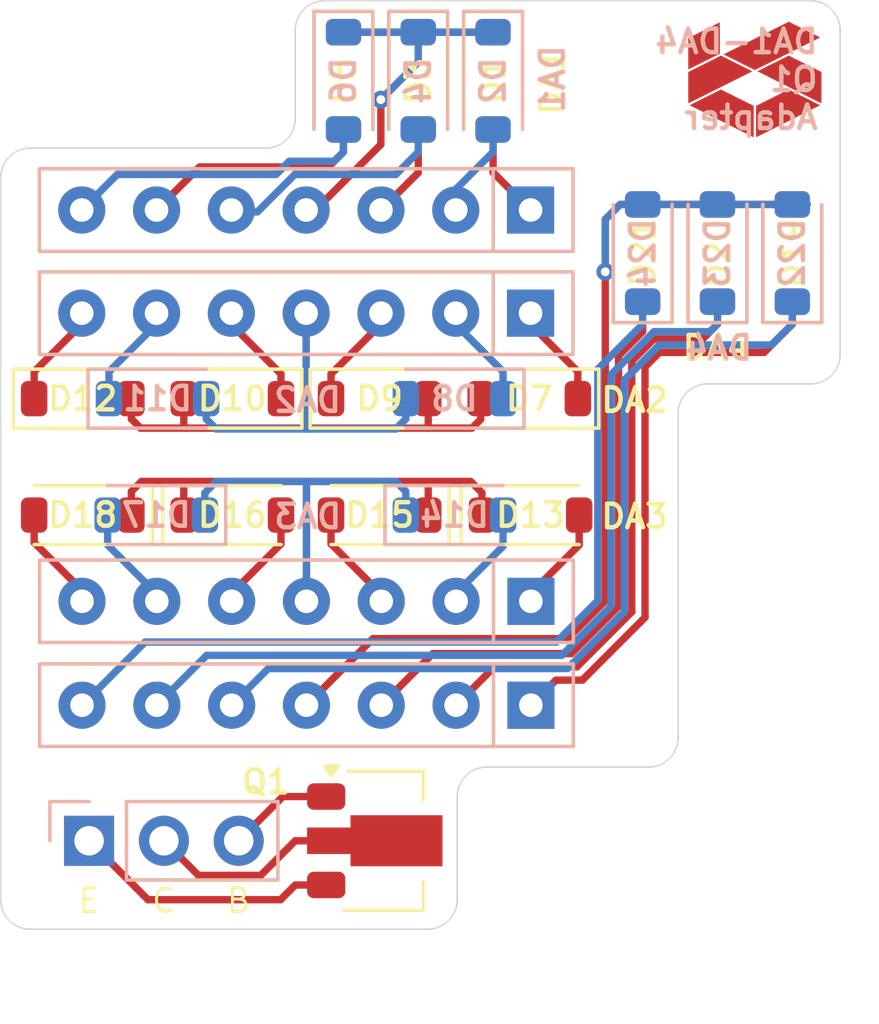
<source format=kicad_pcb>
(kicad_pcb (version 20240108) (generator "pcbnew") (generator_version "8.0")
  (title_block (title "DA1-DA4 Q1 Adapter") (date "2024-11-07") (rev "1"))
  (layers (0 "F.Cu" signal) (31 "B.Cu" signal) (34 "B.Paste" user) (35 "F.Paste" user) (36 "B.SilkS" user "B.Silkscreen") (37 "F.SilkS" user "F.Silkscreen") (38 "B.Mask" user) (39 "F.Mask" user) (44 "Edge.Cuts" user))
  (net 0 "")
  (net 1 "Net-(D1-A)")
  (net 2 "Net-(D1-K)")
  (net 3 "Net-(D2-A)")
  (net 4 "Net-(D3-A)")
  (net 5 "Net-(D4-A)")
  (net 6 "Net-(D5-A)")
  (net 7 "Net-(D6-A)")
  (net 8 "Net-(D10-A)")
  (net 9 "Net-(D7-K)")
  (net 10 "Net-(D8-K)")
  (net 11 "Net-(D9-K)")
  (net 12 "Net-(D10-K)")
  (net 13 "Net-(D11-K)")
  (net 14 "Net-(D12-K)")
  (net 15 "Net-(D13-A)")
  (net 16 "Net-(D13-K)")
  (net 17 "Net-(D14-A)")
  (net 18 "Net-(D15-A)")
  (net 19 "Net-(D17-A)")
  (net 20 "Net-(D19-A)")
  (net 21 "Net-(D20-K)")
  (net 22 "Net-(D22-K)")
  (net 23 "Net-(D24-K)")
  (net 24 "Net-(J5-Pin_3)")
  (net 25 "Net-(J5-Pin_2)")
  (net 26 "Net-(J5-Pin_1)")
  (net 27 "Net-(D16-A)")
  (net 28 "Net-(D18-A)")
  (net 29 "Net-(D19-K)")
  (net 30 "Net-(D21-K)")
  (net 31 "Net-(D23-K)")
  (footprint "Custom:KS_Logo" (layer "F.Cu") (at 147 102.875)
    (property "Reference" "G***" (hide yes))
    (property "Value" "LOGO" (hide yes))
    (fp_poly (pts (xy -1.10744 -1.535344) (xy -1.10744 -1.001915) (xy -1.639158 -0.736082) (xy -1.718349 -0.696509) (xy -1.794048 -0.658717) (xy -1.865383 -0.623141) (xy -1.931482 -0.590212) (xy -1.99147 -0.560367) (xy -2.044477 -0.534036) (xy -2.089628 -0.511655) (xy -2.12605 -0.493656) (xy -2.152873 -0.480474) (xy -2.169222 -0.472542) (xy -2.174251 -0.470248) (xy -2.174782 -0.476852) (xy -2.175286 -0.495977) (xy -2.175759 -0.526603) (xy -2.176193 -0.567704) (xy -2.176582 -0.618259) (xy -2.176919 -0.677242) (xy -2.177198 -0.743632) (xy -2.177414 -0.816403) (xy -2.177557 -0.894532) (xy -2.177623 -0.976997) (xy -2.177626 -1.001947) (xy -2.177626 -1.533645) (xy -1.642534 -1.801208) (xy -1.10744 -2.068772)) (fill solid) (layer "F.Cu"))
    (fp_poly (pts (xy 1.766133 0.478857) (xy 2.299606 0.745524) (xy 1.214149 1.288729) (xy 1.100395 1.345648) (xy 0.989906 1.40092) (xy 0.88329 1.454241) (xy 0.781154 1.505307) (xy 0.684106 1.553815) (xy 0.592755 1.59946) (xy 0.50771 1.64194) (xy 0.429577 1.680951) (xy 0.358966 1.716188) (xy 0.296486 1.74735) (xy 0.242742 1.774131) (xy 0.198345 1.796228) (xy 0.163902 1.813338) (xy 0.140022 1.825156) (xy 0.127314 1.83138) (xy 0.125306 1.832309) (xy 0.124794 1.825766) (xy 0.124346 1.806697) (xy 0.123965 1.776124) (xy 0.123654 1.735066) (xy 0.123417 1.684547) (xy 0.123256 1.625584) (xy 0.123177 1.559202) (xy 0.123181 1.48642) (xy 0.123272 1.408259) (xy 0.123454 1.325739) (xy 0.12353 1.299332) (xy 0.12514 0.765982) (xy 0.6789 0.489086) (xy 1.232661 0.212189)) (fill solid) (layer "F.Cu"))
    (fp_poly (pts (xy 1.769524 -1.82238) (xy 2.302906 -1.555671) (xy 1.197181 -1.0028) (xy 1.082277 -0.945372) (xy 0.970582 -0.889596) (xy 0.862704 -0.835775) (xy 0.759246 -0.784208) (xy 0.660818 -0.735194) (xy 0.568022 -0.689036) (xy 0.481466 -0.646033) (xy 0.401758 -0.606487) (xy 0.329502 -0.570698) (xy 0.265304 -0.538966) (xy 0.209772 -0.511592) (xy 0.16351 -0.488876) (xy 0.127126 -0.47112) (xy 0.101226 -0.458624) (xy 0.086414 -0.451688) (xy 0.082982 -0.450301) (xy 0.075787 -0.453326) (xy 0.057374 -0.461997) (xy 0.028628 -0.475876) (xy -0.009564 -0.494526) (xy -0.056317 -0.517509) (xy -0.110744 -0.544389) (xy -0.171961 -0.574728) (xy -0.23908 -0.608088) (xy -0.311217 -0.644032) (xy -0.387485 -0.682122) (xy -0.4538 -0.71531) (xy -0.982107 -0.979947) (xy 0.127016 -1.534517) (xy 1.236141 -2.089088)) (fill solid) (layer "F.Cu"))
    (fp_poly (pts (xy -0.51034 0.4887) (xy 0.044026 0.765817) (xy 0.044026 1.29925) (xy 0.044006 1.38293) (xy 0.043945 1.462572) (xy 0.043848 1.537158) (xy 0.043718 1.605664) (xy 0.043557 1.66707) (xy 0.04337 1.720354) (xy 0.043158 1.764495) (xy 0.042927 1.798472) (xy 0.042679 1.821262) (xy 0.042418 1.831845) (xy 0.042334 1.832488) (xy 0.036198 1.829485) (xy 0.018557 1.820722) (xy -0.009982 1.806502) (xy -0.048814 1.787128) (xy -0.097328 1.762905) (xy -0.154918 1.734136) (xy -0.220978 1.701124) (xy -0.294898 1.664173) (xy -0.376072 1.623588) (xy -0.463892 1.579671) (xy -0.557751 1.532726) (xy -0.657042 1.483057) (xy -0.761157 1.430968) (xy -0.869487 1.376762) (xy -0.981427 1.320743) (xy -1.043094 1.28988) (xy -1.156733 1.233) (xy -1.26709 1.177755) (xy -1.373557 1.124451) (xy -1.475527 1.073392) (xy -1.572392 1.024882) (xy -1.663545 0.979225) (xy -1.748378 0.936728) (xy -1.826284 0.897692) (xy -1.896654 0.862423) (xy -1.958883 0.831226) (xy -2.012362 0.804404) (xy -2.056482 0.782263) (xy -2.090639 0.765106) (xy -2.114222 0.753238) (xy -2.126626 0.746964) (xy -2.128462 0.746009) (xy -2.122793 0.742835) (xy -2.105866 0.734044) (xy -2.078543 0.720072) (xy -2.041686 0.701352) (xy -1.996155 0.67832) (xy -1.942814 0.65141) (xy -1.882524 0.621057) (xy -1.816146 0.587697) (xy -1.744543 0.551764) (xy -1.668576 0.513692) (xy -1.597402 0.478067) (xy -1.064706 0.211583)) (fill solid) (layer "F.Cu"))
    (fp_poly (pts (xy 1.790008 -0.660671) (xy 2.346958 -0.382179) (xy 2.346958 0.149518) (xy 2.346895 0.233053) (xy 2.346713 0.312546) (xy 2.34642 0.386975) (xy 2.346028 0.455316) (xy 2.345545 0.516548) (xy 2.344981 0.569648) (xy 2.344347 0.613592) (xy 2.343652 0.64736) (xy 2.342906 0.669928) (xy 2.342118 0.680274) (xy 2.341878 0.680842) (xy 2.335384 0.67782) (xy 2.317388 0.669035) (xy 2.2885 0.654791) (xy 2.249332 0.635393) (xy 2.200492 0.611146) (xy 2.142593 0.582353) (xy 2.076243 0.549319) (xy 2.002054 0.512347) (xy 1.920635 0.471743) (xy 1.832598 0.427809) (xy 1.738553 0.380852) (xy 1.63911 0.331174) (xy 1.534878 0.27908) (xy 1.42647 0.224875) (xy 1.314494 0.168862) (xy 1.254758 0.138972) (xy 1.141223 0.082136) (xy 1.030988 0.026917) (xy 0.92466 -0.02638) (xy 0.822845 -0.077448) (xy 0.726151 -0.125984) (xy 0.635185 -0.171678) (xy 0.550553 -0.214229) (xy 0.472863 -0.253331) (xy 0.402722 -0.288676) (xy 0.340736 -0.31996) (xy 0.287514 -0.346878) (xy 0.24366 -0.369122) (xy 0.209784 -0.386388) (xy 0.18649 -0.398372) (xy 0.174388 -0.404764) (xy 0.172718 -0.405782) (xy 0.178636 -0.409225) (xy 0.195808 -0.418275) (xy 0.223369 -0.43249) (xy 0.260449 -0.451432) (xy 0.306182 -0.474663) (xy 0.359699 -0.501742) (xy 0.420134 -0.532231) (xy 0.486617 -0.565689) (xy 0.558281 -0.60168) (xy 0.634259 -0.639762) (xy 0.702888 -0.674101) (xy 1.233058 -0.939162)) (fill solid) (layer "F.Cu"))
    (fp_poly (pts (xy -0.536739 -0.672735) (xy -0.457689 -0.633204) (xy -0.38215 -0.595408) (xy -0.310998 -0.559784) (xy -0.245105 -0.52677) (xy -0.185342 -0.496804) (xy -0.132583 -0.470324) (xy -0.087701 -0.447768) (xy -0.051568 -0.429574) (xy -0.025058 -0.41618) (xy -0.009043 -0.408025) (xy -0.00433 -0.405536) (xy -0.01005 -0.40237) (xy -0.02715 -0.393523) (xy -0.054894 -0.379364) (xy -0.092544 -0.360264) (xy -0.13936 -0.336592) (xy -0.194604 -0.308719) (xy -0.257538 -0.277012) (xy -0.327423 -0.241843) (xy -0.403522 -0.203581) (xy -0.485094 -0.162596) (xy -0.571404 -0.11926) (xy -0.661711 -0.073939) (xy -0.755278 -0.027004) (xy -0.851366 0.021174) (xy -0.949237 0.070227) (xy -1.048152 0.119783) (xy -1.147374 0.169474) (xy -1.246162 0.218929) (xy -1.343782 0.26778) (xy -1.43949 0.315655) (xy -1.532553 0.362185) (xy -1.622229 0.407) (xy -1.707781 0.449732) (xy -1.78847 0.490008) (xy -1.863559 0.527461) (xy -1.932309 0.56172) (xy -1.99398 0.592416) (xy -2.047836 0.619177) (xy -2.093137 0.641636) (xy -2.129146 0.659421) (xy -2.155123 0.672164) (xy -2.17033 0.679493) (xy -2.174231 0.681216) (xy -2.174765 0.674614) (xy -2.175273 0.655488) (xy -2.175748 0.624862) (xy -2.176185 0.58376) (xy -2.176576 0.533206) (xy -2.176915 0.474223) (xy -2.177196 0.407834) (xy -2.177412 0.335063) (xy -2.177557 0.256932) (xy -2.177623 0.174468) (xy -2.177626 0.149518) (xy -2.177626 -0.382179) (xy -1.622166 -0.659925) (xy -1.066706 -0.937672)) (fill solid) (layer "F.Cu"))
  )
  (footprint "Diode_SMD:D_SOD-123" (layer "F.Cu") (at 124.263929 117.525 180)
    (property "Reference" "D18" (at 0 0 0) (layer "F.SilkS") (effects (font (size 0.8 0.8))))
    (property "Value" "D")
    (pad "1" smd roundrect (at -1.65 0 180) (size 0.9 1.2) (layers "F.Cu" "F.Paste" "F.Mask") (net 16 "Net-(D13-K)"))
    (pad "2" smd roundrect (at 1.65 0 180) (size 0.9 1.2) (layers "F.Cu" "F.Paste" "F.Mask") (net 28 "Net-(D18-A)"))
  )
  (footprint "Diode_SMD:D_SOD-123" (layer "F.Cu") (at 145.814929 108.635 90)
    (property "Reference" "D20" (at 0 0 90) (layer "F.SilkS") (effects (font (size 0.8 0.8))))
    (property "Value" "D")
    (pad "1" smd roundrect (at -1.65 0 90) (size 0.9 1.2) (layers "F.Cu" "F.Paste" "F.Mask") (net 21 "Net-(D20-K)"))
    (pad "2" smd roundrect (at 1.65 0 90) (size 0.9 1.2) (layers "F.Cu" "F.Paste" "F.Mask") (net 20 "Net-(D19-A)"))
  )
  (footprint "Diode_SMD:D_SOD-123" (layer "F.Cu") (at 148.354929 108.635 90)
    (property "Reference" "D19" (at 0 0 90) (layer "F.SilkS") (effects (font (size 0.8 0.8))))
    (property "Value" "D")
    (pad "1" smd roundrect (at -1.65 0 90) (size 0.9 1.2) (layers "F.Cu" "F.Paste" "F.Mask") (net 29 "Net-(D19-K)"))
    (pad "2" smd roundrect (at 1.65 0 90) (size 0.9 1.2) (layers "F.Cu" "F.Paste" "F.Mask") (net 20 "Net-(D19-A)"))
  )
  (footprint "Diode_SMD:D_SOD-123" (layer "F.Cu") (at 139.468929 117.525)
    (property "Reference" "D13" (at 0 0 0) (layer "F.SilkS") (effects (font (size 0.8 0.8))))
    (property "Value" "D")
    (pad "1" smd roundrect (at -1.65 0) (size 0.9 1.2) (layers "F.Cu" "F.Paste" "F.Mask") (net 16 "Net-(D13-K)"))
    (pad "2" smd roundrect (at 1.65 0) (size 0.9 1.2) (layers "F.Cu" "F.Paste" "F.Mask") (net 15 "Net-(D13-A)"))
  )
  (footprint "Diode_SMD:D_SOD-123" (layer "F.Cu") (at 129.343929 117.525)
    (property "Reference" "D16" (at 0 0 0) (layer "F.SilkS") (effects (font (size 0.8 0.8))))
    (property "Value" "D")
    (pad "1" smd roundrect (at -1.65 0) (size 0.9 1.2) (layers "F.Cu" "F.Paste" "F.Mask") (net 16 "Net-(D13-K)"))
    (pad "2" smd roundrect (at 1.65 0) (size 0.9 1.2) (layers "F.Cu" "F.Paste" "F.Mask") (net 27 "Net-(D16-A)"))
  )
  (footprint "Diode_SMD:D_SOD-123" (layer "F.Cu") (at 129.343929 113.575 180)
    (property "Reference" "D10" (at 0 0 0) (layer "F.SilkS") (effects (font (size 0.8 0.8))))
    (property "Value" "D" (hide yes))
    (pad "1" smd roundrect (at -1.65 0 180) (size 0.9 1.2) (layers "F.Cu" "F.Paste" "F.Mask") (net 12 "Net-(D10-K)"))
    (pad "2" smd roundrect (at 1.65 0 180) (size 0.9 1.2) (layers "F.Cu" "F.Paste" "F.Mask") (net 8 "Net-(D10-A)"))
  )
  (footprint "Diode_SMD:D_SOD-123" (layer "F.Cu") (at 139.423929 113.575 180)
    (property "Reference" "D7" (at 0 0 0) (layer "F.SilkS") (effects (font (size 0.8 0.8))))
    (property "Value" "D" (hide yes))
    (pad "1" smd roundrect (at -1.65 0 180) (size 0.9 1.2) (layers "F.Cu" "F.Paste" "F.Mask") (net 9 "Net-(D7-K)"))
    (pad "2" smd roundrect (at 1.65 0 180) (size 0.9 1.2) (layers "F.Cu" "F.Paste" "F.Mask") (net 8 "Net-(D10-A)"))
  )
  (footprint "Diode_SMD:D_SOD-123" (layer "F.Cu") (at 134.343929 113.575)
    (property "Reference" "D9" (at 0 0 0) (layer "F.SilkS") (effects (font (size 0.8 0.8))))
    (property "Value" "D" (hide yes))
    (pad "1" smd roundrect (at -1.65 0) (size 0.9 1.2) (layers "F.Cu" "F.Paste" "F.Mask") (net 11 "Net-(D9-K)"))
    (pad "2" smd roundrect (at 1.65 0) (size 0.9 1.2) (layers "F.Cu" "F.Paste" "F.Mask") (net 8 "Net-(D10-A)"))
  )
  (footprint "Diode_SMD:D_SOD-123" (layer "F.Cu") (at 124.263929 113.575)
    (property "Reference" "D12" (at 0 0 0) (layer "F.SilkS") (effects (font (size 0.8 0.8))))
    (property "Value" "D" (hide yes))
    (pad "1" smd roundrect (at -1.65 0) (size 0.9 1.2) (layers "F.Cu" "F.Paste" "F.Mask") (net 14 "Net-(D12-K)"))
    (pad "2" smd roundrect (at 1.65 0) (size 0.9 1.2) (layers "F.Cu" "F.Paste" "F.Mask") (net 8 "Net-(D10-A)"))
  )
  (footprint "Diode_SMD:D_SOD-123" (layer "F.Cu") (at 134.343929 117.525 180)
    (property "Reference" "D15" (at 0 0 0) (layer "F.SilkS") (effects (font (size 0.8 0.8))))
    (property "Value" "D")
    (pad "1" smd roundrect (at -1.65 0 180) (size 0.9 1.2) (layers "F.Cu" "F.Paste" "F.Mask") (net 16 "Net-(D13-K)"))
    (pad "2" smd roundrect (at 1.65 0 180) (size 0.9 1.2) (layers "F.Cu" "F.Paste" "F.Mask") (net 18 "Net-(D15-A)"))
  )
  (footprint "Diode_SMD:D_SOD-123" (layer "F.Cu") (at 138.194929 102.793 -90)
    (property "Reference" "D1" (at 0 0 90) (layer "F.SilkS") (effects (font (size 0.8 0.8))))
    (property "Value" "D" (hide yes))
    (pad "1" smd roundrect (at -1.65 0 270) (size 0.9 1.2) (layers "F.Cu" "F.Paste" "F.Mask") (net 2 "Net-(D1-K)"))
    (pad "2" smd roundrect (at 1.65 0 270) (size 0.9 1.2) (layers "F.Cu" "F.Paste" "F.Mask") (net 1 "Net-(D1-A)"))
  )
  (footprint "Diode_SMD:D_SOD-123" (layer "F.Cu") (at 143.274929 108.635 90)
    (property "Reference" "D21" (at 0.024765 0.011292 90) (layer "F.SilkS") (effects (font (size 0.8 0.8))))
    (property "Value" "D")
    (pad "1" smd roundrect (at -1.65 0 90) (size 0.9 1.2) (layers "F.Cu" "F.Paste" "F.Mask") (net 30 "Net-(D21-K)"))
    (pad "2" smd roundrect (at 1.65 0 90) (size 0.9 1.2) (layers "F.Cu" "F.Paste" "F.Mask") (net 20 "Net-(D19-A)"))
  )
  (footprint "Diode_SMD:D_SOD-123" (layer "F.Cu") (at 135.654929 102.793 -90)
    (property "Reference" "D3" (at 0 0 90) (layer "F.SilkS") (effects (font (size 0.8 0.8))))
    (property "Value" "D" (hide yes))
    (pad "1" smd roundrect (at -1.65 0 270) (size 0.9 1.2) (layers "F.Cu" "F.Paste" "F.Mask") (net 2 "Net-(D1-K)"))
    (pad "2" smd roundrect (at 1.65 0 270) (size 0.9 1.2) (layers "F.Cu" "F.Paste" "F.Mask") (net 4 "Net-(D3-A)"))
  )
  (footprint "Diode_SMD:D_SOD-123" (layer "F.Cu") (at 133.114929 102.793 -90)
    (property "Reference" "D5" (at 0 0 90) (layer "F.SilkS") (effects (font (size 0.8 0.8))))
    (property "Value" "D" (hide yes))
    (pad "1" smd roundrect (at -1.65 0 270) (size 0.9 1.2) (layers "F.Cu" "F.Paste" "F.Mask") (net 2 "Net-(D1-K)"))
    (pad "2" smd roundrect (at 1.65 0 270) (size 0.9 1.2) (layers "F.Cu" "F.Paste" "F.Mask") (net 6 "Net-(D5-A)"))
  )
  (footprint "Package_TO_SOT_SMD:SOT-89-3" (layer "F.Cu") (at 134.478929 128.575)
    (property "Reference" "Q1" (at -4 -2 0) (layer "F.SilkS") (effects (font (size 0.8 0.8))))
    (property "Value" "Q_PNP_BCE")
    (pad "1" smd roundrect (at -1.95 -1.5) (size 1.3 0.9) (layers "F.Cu" "F.Paste" "F.Mask") (net 24 "Net-(J5-Pin_3)"))
    (pad "2" smd custom (at -1.8625 0) (size 1.475 0.9) (layers "F.Cu" "F.Paste" "F.Mask") (net 25 "Net-(J5-Pin_2)") (options (clearance outline) (anchor rect)) (primitives (gr_poly (pts (xy 3.8625 0.8665) (xy 0.7375 0.8665) (xy 0.7375 -0.8665) (xy 3.8625 -0.8665)) (width 0) (fill yes))))
    (pad "3" smd roundrect (at -1.95 1.5) (size 1.3 0.9) (layers "F.Cu" "F.Paste" "F.Mask") (net 26 "Net-(J5-Pin_1)"))
  )
  (footprint "Diode_SMD:D_SOD-123" (layer "B.Cu") (at 136.883929 117.525)
    (property "Reference" "D14" (at 0 0 0) (layer "B.SilkS") (effects (font (size 0.8 0.8)) (justify mirror)))
    (property "Value" "D")
    (pad "1" smd roundrect (at -1.65 0) (size 0.9 1.2) (layers "B.Cu" "B.Paste" "B.Mask") (net 16 "Net-(D13-K)"))
    (pad "2" smd roundrect (at 1.65 0) (size 0.9 1.2) (layers "B.Cu" "B.Paste" "B.Mask") (net 17 "Net-(D14-A)"))
  )
  (footprint "Resistor_THT:R_Array_SIP7" (layer "B.Cu") (at 139.478929 123.975 180)
    (property "Reference" "J4" (hide yes))
    (property "Value" "Conn_01x07_Pin")
    (pad "1" thru_hole rect (at 0 0 180) (size 1.6 1.6) (drill 0.8) (layers "*.Cu" "*.Mask") (net 29 "Net-(D19-K)"))
    (pad "2" thru_hole oval (at 2.54 0 180) (size 1.6 1.6) (drill 0.8) (layers "*.Cu" "*.Mask") (net 21 "Net-(D20-K)"))
    (pad "3" thru_hole oval (at 5.08 0 180) (size 1.6 1.6) (drill 0.8) (layers "*.Cu" "*.Mask") (net 30 "Net-(D21-K)"))
    (pad "4" thru_hole oval (at 7.62 0 180) (size 1.6 1.6) (drill 0.8) (layers "*.Cu" "*.Mask") (net 20 "Net-(D19-A)"))
    (pad "5" thru_hole oval (at 10.16 0 180) (size 1.6 1.6) (drill 0.8) (layers "*.Cu" "*.Mask") (net 22 "Net-(D22-K)"))
    (pad "6" thru_hole oval (at 12.7 0 180) (size 1.6 1.6) (drill 0.8) (layers "*.Cu" "*.Mask") (net 31 "Net-(D23-K)"))
    (pad "7" thru_hole oval (at 15.24 0 180) (size 1.6 1.6) (drill 0.8) (layers "*.Cu" "*.Mask") (net 23 "Net-(D24-K)"))
  )
  (footprint "Diode_SMD:D_SOD-123" (layer "B.Cu") (at 126.758929 117.525 180)
    (property "Reference" "D17" (at 0 0 0) (layer "B.SilkS") (effects (font (size 0.8 0.8)) (justify mirror)))
    (property "Value" "D")
    (pad "1" smd roundrect (at -1.65 0 180) (size 0.9 1.2) (layers "B.Cu" "B.Paste" "B.Mask") (net 16 "Net-(D13-K)"))
    (pad "2" smd roundrect (at 1.65 0 180) (size 0.9 1.2) (layers "B.Cu" "B.Paste" "B.Mask") (net 19 "Net-(D17-A)"))
  )
  (footprint "Diode_SMD:D_SOD-123" (layer "B.Cu") (at 148.354929 108.635 90)
    (property "Reference" "D22" (at 0 0 90) (layer "B.SilkS") (effects (font (size 0.8 0.8)) (justify mirror)))
    (property "Value" "D")
    (pad "1" smd roundrect (at -1.65 0 90) (size 0.9 1.2) (layers "B.Cu" "B.Paste" "B.Mask") (net 22 "Net-(D22-K)"))
    (pad "2" smd roundrect (at 1.65 0 90) (size 0.9 1.2) (layers "B.Cu" "B.Paste" "B.Mask") (net 20 "Net-(D19-A)"))
  )
  (footprint "Resistor_THT:R_Array_SIP7" (layer "B.Cu") (at 139.468929 110.675 180)
    (property "Reference" "J2" (hide yes))
    (property "Value" "Conn_01x07_Pin")
    (pad "1" thru_hole rect (at 0 0 180) (size 1.6 1.6) (drill 0.8) (layers "*.Cu" "*.Mask") (net 9 "Net-(D7-K)"))
    (pad "2" thru_hole oval (at 2.54 0 180) (size 1.6 1.6) (drill 0.8) (layers "*.Cu" "*.Mask") (net 10 "Net-(D8-K)"))
    (pad "3" thru_hole oval (at 5.08 0 180) (size 1.6 1.6) (drill 0.8) (layers "*.Cu" "*.Mask") (net 11 "Net-(D9-K)"))
    (pad "4" thru_hole oval (at 7.62 0 180) (size 1.6 1.6) (drill 0.8) (layers "*.Cu" "*.Mask") (net 8 "Net-(D10-A)"))
    (pad "5" thru_hole oval (at 10.16 0 180) (size 1.6 1.6) (drill 0.8) (layers "*.Cu" "*.Mask") (net 12 "Net-(D10-K)"))
    (pad "6" thru_hole oval (at 12.7 0 180) (size 1.6 1.6) (drill 0.8) (layers "*.Cu" "*.Mask") (net 13 "Net-(D11-K)"))
    (pad "7" thru_hole oval (at 15.24 0 180) (size 1.6 1.6) (drill 0.8) (layers "*.Cu" "*.Mask") (net 14 "Net-(D12-K)"))
  )
  (footprint "Resistor_THT:R_Array_SIP7" (layer "B.Cu") (at 139.478929 120.45 180)
    (property "Reference" "J3" (hide yes))
    (property "Value" "Conn_01x07_Pin")
    (pad "1" thru_hole rect (at 0 0 180) (size 1.6 1.6) (drill 0.8) (layers "*.Cu" "*.Mask") (net 15 "Net-(D13-A)"))
    (pad "2" thru_hole oval (at 2.54 0 180) (size 1.6 1.6) (drill 0.8) (layers "*.Cu" "*.Mask") (net 17 "Net-(D14-A)"))
    (pad "3" thru_hole oval (at 5.08 0 180) (size 1.6 1.6) (drill 0.8) (layers "*.Cu" "*.Mask") (net 18 "Net-(D15-A)"))
    (pad "4" thru_hole oval (at 7.62 0 180) (size 1.6 1.6) (drill 0.8) (layers "*.Cu" "*.Mask") (net 16 "Net-(D13-K)"))
    (pad "5" thru_hole oval (at 10.16 0 180) (size 1.6 1.6) (drill 0.8) (layers "*.Cu" "*.Mask") (net 27 "Net-(D16-A)"))
    (pad "6" thru_hole oval (at 12.7 0 180) (size 1.6 1.6) (drill 0.8) (layers "*.Cu" "*.Mask") (net 19 "Net-(D17-A)"))
    (pad "7" thru_hole oval (at 15.24 0 180) (size 1.6 1.6) (drill 0.8) (layers "*.Cu" "*.Mask") (net 28 "Net-(D18-A)"))
  )
  (footprint "Diode_SMD:D_SOD-123" (layer "B.Cu") (at 135.654929 102.793 -90)
    (property "Reference" "D4" (at 0 0 90) (layer "B.SilkS") (effects (font (size 0.8 0.8)) (justify mirror)))
    (property "Value" "D" (hide yes))
    (pad "1" smd roundrect (at -1.65 0 270) (size 0.9 1.2) (layers "B.Cu" "B.Paste" "B.Mask") (net 2 "Net-(D1-K)"))
    (pad "2" smd roundrect (at 1.65 0 270) (size 0.9 1.2) (layers "B.Cu" "B.Paste" "B.Mask") (net 5 "Net-(D4-A)"))
  )
  (footprint "Diode_SMD:D_SOD-123" (layer "B.Cu") (at 126.803929 113.575)
    (property "Reference" "D11" (at 0 0 0) (layer "B.SilkS") (effects (font (size 0.8 0.8)) (justify mirror)))
    (property "Value" "D" (hide yes))
    (pad "1" smd roundrect (at -1.65 0) (size 0.9 1.2) (layers "B.Cu" "B.Paste" "B.Mask") (net 13 "Net-(D11-K)"))
    (pad "2" smd roundrect (at 1.65 0) (size 0.9 1.2) (layers "B.Cu" "B.Paste" "B.Mask") (net 8 "Net-(D10-A)"))
  )
  (footprint "Diode_SMD:D_SOD-123" (layer "B.Cu") (at 136.883929 113.575 180)
    (property "Reference" "D8" (at 0 0 0) (layer "B.SilkS") (effects (font (size 0.8 0.8)) (justify mirror)))
    (property "Value" "D" (hide yes))
    (pad "1" smd roundrect (at -1.65 0 180) (size 0.9 1.2) (layers "B.Cu" "B.Paste" "B.Mask") (net 10 "Net-(D8-K)"))
    (pad "2" smd roundrect (at 1.65 0 180) (size 0.9 1.2) (layers "B.Cu" "B.Paste" "B.Mask") (net 8 "Net-(D10-A)"))
  )
  (footprint "Diode_SMD:D_SOD-123" (layer "B.Cu") (at 133.114929 102.793 -90)
    (property "Reference" "D6" (at 0 0 90) (layer "B.SilkS") (effects (font (size 0.8 0.8)) (justify mirror)))
    (property "Value" "D" (hide yes))
    (pad "1" smd roundrect (at -1.65 0 270) (size 0.9 1.2) (layers "B.Cu" "B.Paste" "B.Mask") (net 2 "Net-(D1-K)"))
    (pad "2" smd roundrect (at 1.65 0 270) (size 0.9 1.2) (layers "B.Cu" "B.Paste" "B.Mask") (net 7 "Net-(D6-A)"))
  )
  (footprint "Resistor_THT:R_Array_SIP7" (layer "B.Cu") (at 139.468929 107.175 180)
    (property "Reference" "J1" (hide yes))
    (property "Value" "Conn_01x07_Pin")
    (pad "1" thru_hole rect (at 0 0 180) (size 1.6 1.6) (drill 0.8) (layers "*.Cu" "*.Mask") (net 1 "Net-(D1-A)"))
    (pad "2" thru_hole oval (at 2.54 0 180) (size 1.6 1.6) (drill 0.8) (layers "*.Cu" "*.Mask") (net 3 "Net-(D2-A)"))
    (pad "3" thru_hole oval (at 5.08 0 180) (size 1.6 1.6) (drill 0.8) (layers "*.Cu" "*.Mask") (net 4 "Net-(D3-A)"))
    (pad "4" thru_hole oval (at 7.62 0 180) (size 1.6 1.6) (drill 0.8) (layers "*.Cu" "*.Mask") (net 2 "Net-(D1-K)"))
    (pad "5" thru_hole oval (at 10.16 0 180) (size 1.6 1.6) (drill 0.8) (layers "*.Cu" "*.Mask") (net 5 "Net-(D4-A)"))
    (pad "6" thru_hole oval (at 12.7 0 180) (size 1.6 1.6) (drill 0.8) (layers "*.Cu" "*.Mask") (net 6 "Net-(D5-A)"))
    (pad "7" thru_hole oval (at 15.24 0 180) (size 1.6 1.6) (drill 0.8) (layers "*.Cu" "*.Mask") (net 7 "Net-(D6-A)"))
  )
  (footprint "Diode_SMD:D_SOD-123" (layer "B.Cu") (at 143.274929 108.635 90)
    (property "Reference" "D24" (at 0 0 90) (layer "B.SilkS") (effects (font (size 0.8 0.8)) (justify mirror)))
    (property "Value" "D")
    (pad "1" smd roundrect (at -1.65 0 90) (size 0.9 1.2) (layers "B.Cu" "B.Paste" "B.Mask") (net 23 "Net-(D24-K)"))
    (pad "2" smd roundrect (at 1.65 0 90) (size 0.9 1.2) (layers "B.Cu" "B.Paste" "B.Mask") (net 20 "Net-(D19-A)"))
  )
  (footprint "Diode_SMD:D_SOD-123" (layer "B.Cu") (at 138.194929 102.793 -90)
    (property "Reference" "D2" (at 0 0 90) (layer "B.SilkS") (effects (font (size 0.8 0.8)) (justify mirror)))
    (property "Value" "D" (hide yes))
    (pad "1" smd roundrect (at -1.65 0 270) (size 0.9 1.2) (layers "B.Cu" "B.Paste" "B.Mask") (net 2 "Net-(D1-K)"))
    (pad "2" smd roundrect (at 1.65 0 270) (size 0.9 1.2) (layers "B.Cu" "B.Paste" "B.Mask") (net 3 "Net-(D2-A)"))
  )
  (footprint "Diode_SMD:D_SOD-123" (layer "B.Cu") (at 145.814929 108.635 90)
    (property "Reference" "D23" (at 0 0 90) (layer "B.SilkS") (effects (font (size 0.8 0.8)) (justify mirror)))
    (property "Value" "D")
    (pad "1" smd roundrect (at -1.65 0 90) (size 0.9 1.2) (layers "B.Cu" "B.Paste" "B.Mask") (net 31 "Net-(D23-K)"))
    (pad "2" smd roundrect (at 1.65 0 90) (size 0.9 1.2) (layers "B.Cu" "B.Paste" "B.Mask") (net 20 "Net-(D19-A)"))
  )
  (footprint "Connector_PinHeader_2.54mm:PinHeader_1x03_P2.54mm_Vertical" (layer "B.Cu") (at 124.478929 128.575 -90)
    (property "Reference" "J5" (hide yes))
    (property "Value" "Conn_01x03_Pin")
    (pad "1" thru_hole rect (at 0 0 270) (size 1.7 1.7) (drill 1) (layers "*.Cu" "*.Mask") (net 26 "Net-(J5-Pin_1)"))
    (pad "2" thru_hole oval (at 0 -2.54 270) (size 1.7 1.7) (drill 1) (layers "*.Cu" "*.Mask") (net 25 "Net-(J5-Pin_2)"))
    (pad "3" thru_hole oval (at 0 -5.08 270) (size 1.7 1.7) (drill 1) (layers "*.Cu" "*.Mask") (net 24 "Net-(J5-Pin_3)"))
  )
  (gr_line (start 121.478929 106.075) (end 121.478929 130.575) (stroke (width 0.05)) (layer "Edge.Cuts"))
  (gr_arc (start 144.478929 125.075) (mid 144.186036 125.782107) (end 143.478929 126.075) (stroke (width 0.05)) (layer "Edge.Cuts"))
  (gr_arc (start 131.478954 104.075) (mid 131.183536 104.784633) (end 130.471822 105.075) (stroke (width 0.05)) (layer "Edge.Cuts"))
  (gr_line (start 122.478929 131.575) (end 135.978929 131.575) (stroke (width 0.05)) (layer "Edge.Cuts"))
  (gr_arc (start 136.978929 127.075) (mid 137.271822 126.367893) (end 137.978929 126.075) (stroke (width 0.05)) (layer "Edge.Cuts"))
  (gr_line (start 144.478929 125.075) (end 144.478929 114.075) (stroke (width 0.05)) (layer "Edge.Cuts"))
  (gr_arc (start 136.978929 130.575) (mid 136.686036 131.282107) (end 135.978929 131.575) (stroke (width 0.05)) (layer "Edge.Cuts"))
  (gr_line (start 131.478954 104.075) (end 131.478929 101.075) (stroke (width 0.05)) (layer "Edge.Cuts"))
  (gr_arc (start 148.978929 100.075) (mid 149.686036 100.367893) (end 149.978929 101.075) (stroke (width 0.05)) (layer "Edge.Cuts"))
  (gr_line (start 136.978929 130.575) (end 136.978929 127.075) (stroke (width 0.05)) (layer "Edge.Cuts"))
  (gr_line (start 149.978929 112.075) (end 149.978929 101.075) (stroke (width 0.05)) (layer "Edge.Cuts"))
  (gr_line (start 130.471822 105.075) (end 122.478929 105.075) (stroke (width 0.05)) (layer "Edge.Cuts"))
  (gr_line (start 145.478929 113.075) (end 148.978929 113.075) (stroke (width 0.05)) (layer "Edge.Cuts"))
  (gr_arc (start 121.478929 106.075) (mid 121.771822 105.367893) (end 122.478929 105.075) (stroke (width 0.05)) (layer "Edge.Cuts"))
  (gr_arc (start 122.478929 131.575) (mid 121.771822 131.282107) (end 121.478929 130.575) (stroke (width 0.05)) (layer "Edge.Cuts"))
  (gr_line (start 137.978929 126.075) (end 143.478929 126.075) (stroke (width 0.05)) (layer "Edge.Cuts"))
  (gr_arc (start 149.978929 112.075) (mid 149.686036 112.782107) (end 148.978929 113.075) (stroke (width 0.05)) (layer "Edge.Cuts"))
  (gr_arc (start 131.478929 101.075) (mid 131.771822 100.367893) (end 132.478929 100.075) (stroke (width 0.05)) (layer "Edge.Cuts"))
  (gr_arc (start 144.478929 114.075) (mid 144.771822 113.367893) (end 145.478929 113.075) (stroke (width 0.05)) (layer "Edge.Cuts"))
  (gr_line (start 148.978929 100.075) (end 132.486036 100.075) (stroke (width 0.05)) (layer "Edge.Cuts"))
  (gr_text "DA4" (at 147.083739 112.319 -0) (layer "B.SilkS") (effects (font (size 0.8 0.8)) (justify left bottom mirror)))
  (gr_text "DA2" (at 133.117739 114.09375 -0) (layer "B.SilkS") (effects (font (size 0.8 0.8) (thickness 0.15) (bold yes)) (justify left bottom mirror)))
  (gr_text "DA1-DA4\nQ1\nAdapter" (at 149.3 104.5 0) (layer "B.SilkS") (effects (font (size 0.8 0.8) (thickness 0.15) (bold yes)) (justify left bottom mirror)))
  (gr_text "DA1\n" (at 140.678929 101.501691 90) (layer "B.SilkS") (effects (font (size 0.8 0.8) (thickness 0.15) (bold yes)) (justify left bottom mirror)))
  (gr_text "DA3" (at 133.127739 118.04375 -0) (layer "B.SilkS") (effects (font (size 0.8 0.8) (thickness 0.15) (bold yes)) (justify left bottom mirror)))
  (gr_text "DA2" (at 141.778929 114.09375 0) (layer "F.SilkS") (effects (font (size 0.8 0.8) (thickness 0.15) (bold yes)) (justify left bottom)))
  (gr_text "DA1\n" (at 140.678929 104.03931 90) (layer "F.SilkS") (effects (font (size 0.8 0.8) (thickness 0.15) (bold yes)) (justify left bottom)))
  (gr_text "DA3" (at 141.778929 118.04375 0) (layer "F.SilkS") (effects (font (size 0.8 0.8) (thickness 0.15) (bold yes)) (justify left bottom)))
  (gr_text "B" (at 129.088929 131.075 0) (layer "F.SilkS") (effects (font (size 0.8 0.8) (thickness 0.1)) (justify left bottom)))
  (gr_text "C" (at 126.548929 131.075 0) (layer "F.SilkS") (effects (font (size 0.8 0.8) (thickness 0.1)) (justify left bottom)))
  (gr_text "DA4" (at 144.54612 112.319 0) (layer "F.SilkS") (effects (font (size 0.8 0.8)) (justify left bottom)))
  (gr_text "E" (at 124.047024 131.075 0) (layer "F.SilkS") (effects (font (size 0.8 0.8) (thickness 0.1)) (justify left bottom)))
  (segment (start 138.194929 104.443) (end 138.194929 105.901) (width 0.25) (layer "F.Cu") (net 1))
  (segment (start 139.146929 107.175) (end 139.468929 107.175) (width 0.25) (layer "F.Cu") (net 1))
  (segment (start 138.194929 105.901) (end 139.468929 107.175) (width 0.25) (layer "F.Cu") (net 1))
  (segment (start 135.654929 102.159) (end 135.654929 101.143) (width 0.25) (layer "F.Cu") (net 2))
  (segment (start 134.384929 104.953) (end 134.384929 103.429) (width 0.25) (layer "F.Cu") (net 2))
  (segment (start 132.162929 107.175) (end 134.384929 104.953) (width 0.25) (layer "F.Cu") (net 2))
  (segment (start 133.114929 101.143) (end 135.654929 101.143) (width 0.25) (layer "F.Cu") (net 2))
  (segment (start 134.384929 103.429) (end 135.654929 102.159) (width 0.25) (layer "F.Cu") (net 2))
  (segment (start 131.848929 107.175) (end 132.162929 107.175) (width 0.25) (layer "F.Cu") (net 2))
  (segment (start 138.194929 101.143) (end 135.654929 101.143) (width 0.25) (layer "F.Cu") (net 2))
  (via (at 134.384929 103.429) (size 0.6) (drill 0.3) (layers "F.Cu" "B.Cu") (net 2))
  (segment (start 135.654929 101.143) (end 138.194929 101.143) (width 0.25) (layer "B.Cu") (net 2))
  (segment (start 133.114929 101.143) (end 135.654929 101.143) (width 0.25) (layer "B.Cu") (net 2))
  (segment (start 135.654929 101.143) (end 135.654929 102.159) (width 0.25) (layer "B.Cu") (net 2))
  (segment (start 135.654929 102.159) (end 134.384929 103.429) (width 0.25) (layer "B.Cu") (net 2))
  (segment (start 138.194929 105.207) (end 136.928929 106.473) (width 0.25) (layer "B.Cu") (net 3))
  (segment (start 136.928929 106.473) (end 136.928929 107.175) (width 0.25) (layer "B.Cu") (net 3))
  (segment (start 138.198929 104.447) (end 138.194929 104.443) (width 0.25) (layer "B.Cu") (net 3))
  (segment (start 138.194929 104.443) (end 138.194929 105.207) (width 0.25) (layer "B.Cu") (net 3))
  (segment (start 135.654929 105.909) (end 134.388929 107.175) (width 0.25) (layer "F.Cu") (net 4))
  (segment (start 134.384929 107.171) (end 134.388929 107.175) (width 0.25) (layer "F.Cu") (net 4))
  (segment (start 135.654929 104.443) (end 135.654929 105.909) (width 0.25) (layer "F.Cu") (net 4))
  (segment (start 129.304929 107.239) (end 130.193938 107.239) (width 0.25) (layer "B.Cu") (net 5))
  (segment (start 134.892929 105.969) (end 135.654929 105.207) (width 0.25) (layer "B.Cu") (net 5))
  (segment (start 131.463938 105.969) (end 134.892929 105.969) (width 0.25) (layer "B.Cu") (net 5))
  (segment (start 130.193938 107.239) (end 131.463938 105.969) (width 0.25) (layer "B.Cu") (net 5))
  (segment (start 135.654929 105.207) (end 135.654929 104.443) (width 0.25) (layer "B.Cu") (net 5))
  (segment (start 129.308929 107.175) (end 129.308929 107.235) (width 0.25) (layer "B.Cu") (net 5))
  (segment (start 129.308929 107.235) (end 129.304929 107.239) (width 0.25) (layer "B.Cu") (net 5))
  (segment (start 128.228929 105.715) (end 126.768929 107.175) (width 0.25) (layer "F.Cu") (net 6))
  (segment (start 133.114929 105.207) (end 132.606929 105.715) (width 0.25) (layer "F.Cu") (net 6))
  (segment (start 132.606929 105.715) (end 128.228929 105.715) (width 0.25) (layer "F.Cu") (net 6))
  (segment (start 133.114929 104.443) (end 133.114929 105.207) (width 0.25) (layer "F.Cu") (net 6))
  (segment (start 133.114929 105.207) (end 133.114929 104.443) (width 0.25) (layer "B.Cu") (net 7))
  (segment (start 130.827542 105.969) (end 131.277542 105.519) (width 0.25) (layer "B.Cu") (net 7))
  (segment (start 125.434929 105.969) (end 130.827542 105.969) (width 0.25) (layer "B.Cu") (net 7))
  (segment (start 131.277542 105.519) (end 132.802929 105.519) (width 0.25) (layer "B.Cu") (net 7))
  (segment (start 124.228929 107.175) (end 125.434929 105.969) (width 0.25) (layer "B.Cu") (net 7))
  (segment (start 132.802929 105.519) (end 133.114929 105.207) (width 0.25) (layer "B.Cu") (net 7))
  (segment (start 135.993929 114.56) (end 135.978929 114.575) (width 0.25) (layer "F.Cu") (net 8))
  (segment (start 127.780929 114.575) (end 135.978929 114.575) (width 0.25) (layer "F.Cu") (net 8))
  (segment (start 137.773929 113.575) (end 137.773929 114.28) (width 0.25) (layer "F.Cu") (net 8))
  (segment (start 127.693929 114.488) (end 127.780929 114.575) (width 0.25) (layer "F.Cu") (net 8))
  (segment (start 125.913929 114.262) (end 126.226929 114.575) (width 0.25) (layer "F.Cu") (net 8))
  (segment (start 131.848929 110.675) (end 131.848929 114.575) (width 0.25) (layer "F.Cu") (net 8))
  (segment (start 135.993929 113.575) (end 135.993929 114.56) (width 0.25) (layer "F.Cu") (net 8))
  (segment (start 126.226929 114.575) (end 127.780929 114.575) (width 0.25) (layer "F.Cu") (net 8))
  (segment (start 127.693929 113.575) (end 127.693929 114.488) (width 0.25) (layer "F.Cu") (net 8))
  (segment (start 137.773929 114.28) (end 137.478929 114.575) (width 0.25) (layer "F.Cu") (net 8))
  (segment (start 137.478929 114.575) (end 135.978929 114.575) (width 0.25) (layer "F.Cu") (net 8))
  (segment (start 125.913929 113.575) (end 125.913929 114.262) (width 0.25) (layer "F.Cu") (net 8))
  (segment (start 135.233929 114.264) (end 134.892929 114.605) (width 0.25) (layer "B.Cu") (net 8))
  (segment (start 128.453929 113.575) (end 128.453929 114.262) (width 0.25) (layer "B.Cu") (net 8))
  (segment (start 128.796929 114.605) (end 131.844929 114.605) (width 0.25) (layer "B.Cu") (net 8))
  (segment (start 135.233929 113.575) (end 135.233929 114.264) (width 0.25) (layer "B.Cu") (net 8))
  (segment (start 131.848929 110.675) (end 131.848929 114.601) (width 0.25) (layer "B.Cu") (net 8))
  (segment (start 131.852929 114.605) (end 131.848929 114.601) (width 0.25) (layer "B.Cu") (net 8))
  (segment (start 131.848929 114.601) (end 131.844929 114.605) (width 0.25) (layer "B.Cu") (net 8))
  (segment (start 128.453929 114.262) (end 128.796929 114.605) (width 0.25) (layer "B.Cu") (net 8))
  (segment (start 134.892929 114.605) (end 131.852929 114.605) (width 0.25) (layer "B.Cu") (net 8))
  (segment (start 141.073929 112.658) (end 139.468929 111.053) (width 0.25) (layer "F.Cu") (net 9))
  (segment (start 139.468929 111.053) (end 139.468929 110.675) (width 0.25) (layer "F.Cu") (net 9))
  (segment (start 141.073929 113.575) (end 141.073929 112.658) (width 0.25) (layer "F.Cu") (net 9))
  (segment (start 138.533929 113.575) (end 138.533929 112.658) (width 0.25) (layer "B.Cu") (net 10))
  (segment (start 136.928929 111.053) (end 136.928929 110.675) (width 0.25) (layer "B.Cu") (net 10))
  (segment (start 138.533929 112.658) (end 136.928929 111.053) (width 0.25) (layer "B.Cu") (net 10))
  (segment (start 132.693929 113.575) (end 132.693929 112.74) (width 0.25) (layer "F.Cu") (net 11))
  (segment (start 134.388929 111.045) (end 134.388929 110.675) (width 0.25) (layer "F.Cu") (net 11))
  (segment (start 132.693929 112.74) (end 134.388929 111.045) (width 0.25) (layer "F.Cu") (net 11))
  (segment (start 130.993929 113.575) (end 130.993929 112.738) (width 0.25) (layer "F.Cu") (net 12))
  (segment (start 130.993929 112.738) (end 129.308929 111.053) (width 0.25) (layer "F.Cu") (net 12))
  (segment (start 129.308929 111.053) (end 129.308929 110.675) (width 0.25) (layer "F.Cu") (net 12))
  (segment (start 125.153929 112.66) (end 126.768929 111.045) (width 0.25) (layer "B.Cu") (net 13))
  (segment (start 126.768929 111.045) (end 126.768929 110.675) (width 0.25) (layer "B.Cu") (net 13))
  (segment (start 125.153929 113.575) (end 125.153929 112.66) (width 0.25) (layer "B.Cu") (net 13))
  (segment (start 124.228929 111.045) (end 124.228929 110.675) (width 0.25) (layer "F.Cu") (net 14))
  (segment (start 122.613929 112.66) (end 124.228929 111.045) (width 0.25) (layer "F.Cu") (net 14))
  (segment (start 122.613929 113.575) (end 122.613929 112.66) (width 0.25) (layer "F.Cu") (net 14))
  (segment (start 139.478929 120.179) (end 139.478929 120.45) (width 0.25) (layer "F.Cu") (net 15))
  (segment (start 141.118929 117.525) (end 141.118929 118.539) (width 0.25) (layer "F.Cu") (net 15))
  (segment (start 141.118929 118.539) (end 139.478929 120.179) (width 0.25) (layer "F.Cu") (net 15))
  (segment (start 125.913929 117.525) (end 125.913929 116.726) (width 0.25) (layer "F.Cu") (net 16))
  (segment (start 135.908929 116.383) (end 131.844929 116.383) (width 0.25) (layer "F.Cu") (net 16))
  (segment (start 127.780929 116.383) (end 131.844929 116.383) (width 0.25) (layer "F.Cu") (net 16))
  (segment (start 131.858929 116.397) (end 131.844929 116.383) (width 0.25) (layer "F.Cu") (net 16))
  (segment (start 127.693929 117.525) (end 127.693929 116.47) (width 0.25) (layer "F.Cu") (net 16))
  (segment (start 125.913929 116.726) (end 126.256929 116.383) (width 0.25) (layer "F.Cu") (net 16))
  (segment (start 135.993929 116.468) (end 135.908929 116.383) (width 0.25) (layer "F.Cu") (net 16))
  (segment (start 126.256929 116.383) (end 127.780929 116.383) (width 0.25) (layer "F.Cu") (net 16))
  (segment (start 137.818929 116.769) (end 137.432929 116.383) (width 0.25) (layer "F.Cu") (net 16))
  (segment (start 131.858929 120.45) (end 131.858929 116.397) (width 0.25) (layer "F.Cu") (net 16))
  (segment (start 127.693929 116.47) (end 127.780929 116.383) (width 0.25) (layer "F.Cu") (net 16))
  (segment (start 135.993929 117.525) (end 135.993929 116.468) (width 0.25) (layer "F.Cu") (net 16))
  (segment (start 137.432929 116.383) (end 135.908929 116.383) (width 0.25) (layer "F.Cu") (net 16))
  (segment (start 137.818929 117.525) (end 137.818929 116.769) (width 0.25) (layer "F.Cu") (net 16))
  (segment (start 135.233929 117.525) (end 135.233929 116.724) (width 0.25) (layer "B.Cu") (net 16))
  (segment (start 128.408929 116.771) (end 128.796929 116.383) (width 0.25) (layer "B.Cu") (net 16))
  (segment (start 134.892929 116.383) (end 131.844929 116.383) (width 0.25) (layer "B.Cu") (net 16))
  (segment (start 128.408929 117.525) (end 128.408929 116.771) (width 0.25) (layer "B.Cu") (net 16))
  (segment (start 131.858929 116.397) (end 131.844929 116.383) (width 0.25) (layer "B.Cu") (net 16))
  (segment (start 131.858929 120.45) (end 131.858929 116.397) (width 0.25) (layer "B.Cu") (net 16))
  (segment (start 135.233929 116.724) (end 134.892929 116.383) (width 0.25) (layer "B.Cu") (net 16))
  (segment (start 128.796929 116.383) (end 131.844929 116.383) (width 0.25) (layer "B.Cu") (net 16))
  (segment (start 138.533929 117.525) (end 138.533929 118.584) (width 0.25) (layer "B.Cu") (net 17))
  (segment (start 136.938929 120.179) (end 136.938929 120.45) (width 0.25) (layer "B.Cu") (net 17))
  (segment (start 138.533929 118.584) (end 136.938929 120.179) (width 0.25) (layer "B.Cu") (net 17))
  (segment (start 132.693929 118.502) (end 134.398929 120.207) (width 0.25) (layer "F.Cu") (net 18))
  (segment (start 134.398929 120.207) (end 134.398929 120.45) (width 0.25) (layer "F.Cu") (net 18))
  (segment (start 132.693929 117.525) (end 132.693929 118.502) (width 0.25) (layer "F.Cu") (net 18))
  (segment (start 125.108929 118.537) (end 126.778929 120.207) (width 0.25) (layer "B.Cu") (net 19))
  (segment (start 125.108929 117.525) (end 125.108929 118.537) (width 0.25) (layer "B.Cu") (net 19))
  (segment (start 126.778929 120.207) (end 126.778929 120.45) (width 0.25) (layer "B.Cu") (net 19))
  (segment (start 142.004929 107.493) (end 142.004929 109.271) (width 0.25) (layer "F.Cu") (net 20))
  (segment (start 143.274929 106.985) (end 142.512929 106.985) (width 0.25) (layer "F.Cu") (net 20))
  (segment (start 134.116929 121.717) (end 131.858929 123.975) (width 0.25) (layer "F.Cu") (net 20))
  (segment (start 142.892929 106.985) (end 143.782929 106.985) (width 0.25) (layer "F.Cu") (net 20))
  (segment (start 142.512929 106.985) (end 142.004929 107.493) (width 0.25) (layer "F.Cu") (net 20))
  (segment (start 146.322929 106.985) (end 143.782929 106.985) (width 0.25) (layer "F.Cu") (net 20))
  (segment (start 148.862929 106.985) (end 146.322929 106.985) (width 0.25) (layer "F.Cu") (net 20))
  (segment (start 140.725429 121.717) (end 134.116929 121.717) (width 0.25) (layer "F.Cu") (net 20))
  (segment (start 142.004929 109.271) (end 142.004929 120.4375) (width 0.25) (layer "F.Cu") (net 20))
  (segment (start 142.004929 120.4375) (end 140.725429 121.717) (width 0.25) (layer "F.Cu") (net 20))
  (via (at 142.004929 109.271) (size 0.6) (drill 0.3) (layers "F.Cu" "B.Cu") (net 20))
  (segment (start 146.322929 106.985) (end 143.782929 106.985) (width 0.25) (layer "B.Cu") (net 20))
  (segment (start 142.512929 106.985) (end 142.004929 107.493) (width 0.25) (layer "B.Cu") (net 20))
  (segment (start 148.862929 106.985) (end 146.322929 106.985) (width 0.25) (layer "B.Cu") (net 20))
  (segment (start 142.004929 107.493) (end 142.004929 109.271) (width 0.25) (layer "B.Cu") (net 20))
  (segment (start 143.782929 106.985) (end 142.892929 106.985) (width 0.25) (layer "B.Cu") (net 20))
  (segment (start 143.274929 106.985) (end 142.512929 106.985) (width 0.25) (layer "B.Cu") (net 20))
  (segment (start 142.904929 112.309396) (end 143.657325 111.557) (width 0.25) (layer "F.Cu") (net 21))
  (segment (start 145.814929 111.049) (end 145.814929 110.285) (width 0.25) (layer "F.Cu") (net 21))
  (segment (start 143.657325 111.557) (end 145.306929 111.557) (width 0.25) (layer "F.Cu") (net 21))
  (segment (start 145.306929 111.557) (end 145.814929 111.049) (width 0.25) (layer "F.Cu") (net 21))
  (segment (start 141.040221 122.675) (end 142.904929 120.810292) (width 0.25) (layer "F.Cu") (net 21))
  (segment (start 142.904929 120.810292) (end 142.904929 112.309396) (width 0.25) (layer "F.Cu") (net 21))
  (segment (start 138.238929 122.675) (end 141.040221 122.675) (width 0.25) (layer "F.Cu") (net 21))
  (segment (start 136.938929 123.975) (end 138.238929 122.675) (width 0.25) (layer "F.Cu") (net 21))
  (segment (start 142.650929 112.945792) (end 142.650929 120.800792) (width 0.25) (layer "B.Cu") (net 22))
  (segment (start 143.843721 111.753) (end 142.650929 112.945792) (width 0.25) (layer "B.Cu") (net 22))
  (segment (start 148.354929 110.285) (end 148.354929 111.049) (width 0.25) (layer "B.Cu") (net 22))
  (segment (start 147.650929 111.753) (end 143.843721 111.753) (width 0.25) (layer "B.Cu") (net 22))
  (segment (start 130.560929 122.733) (end 129.318929 123.975) (width 0.25) (layer "B.Cu") (net 22))
  (segment (start 148.354929 111.049) (end 147.650929 111.753) (width 0.25) (layer "B.Cu") (net 22))
  (segment (start 142.650929 120.800792) (end 140.718721 122.733) (width 0.25) (layer "B.Cu") (net 22))
  (segment (start 140.718721 122.733) (end 130.560929 122.733) (width 0.25) (layer "B.Cu") (net 22))
  (segment (start 143.274929 111.049) (end 143.274929 110.285) (width 0.25) (layer "B.Cu") (net 23))
  (segment (start 140.345929 121.833) (end 141.750929 120.428) (width 0.25) (layer "B.Cu") (net 23))
  (segment (start 141.750929 120.428) (end 141.750929 112.573) (width 0.25) (layer "B.Cu") (net 23))
  (segment (start 141.750929 112.573) (end 143.274929 111.049) (width 0.25) (layer "B.Cu") (net 23))
  (segment (start 126.380929 121.833) (end 140.345929 121.833) (width 0.25) (layer "B.Cu") (net 23))
  (segment (start 124.238929 123.975) (end 126.380929 121.833) (width 0.25) (layer "B.Cu") (net 23))
  (segment (start 131.058929 127.075) (end 129.558929 128.575) (width 0.25) (layer "F.Cu") (net 24))
  (segment (start 132.528929 127.075) (end 131.058929 127.075) (width 0.25) (layer "F.Cu") (net 24))
  (segment (start 128.193929 129.75) (end 127.018929 128.575) (width 0.25) (layer "F.Cu") (net 25))
  (segment (start 132.616429 128.575) (end 131.478929 128.575) (width 0.25) (layer "F.Cu") (net 25))
  (segment (start 131.478929 128.575) (end 130.303929 129.75) (width 0.25) (layer "F.Cu") (net 25))
  (segment (start 130.303929 129.75) (end 128.193929 129.75) (width 0.25) (layer "F.Cu") (net 25))
  (segment (start 132.528929 130.075) (end 131.478929 130.075) (width 0.25) (layer "F.Cu") (net 26))
  (segment (start 126.478929 130.575) (end 124.478929 128.575) (width 0.25) (layer "F.Cu") (net 26))
  (segment (start 130.978929 130.575) (end 126.478929 130.575) (width 0.25) (layer "F.Cu") (net 26))
  (segment (start 131.478929 130.075) (end 130.978929 130.575) (width 0.25) (layer "F.Cu") (net 26))
  (segment (start 129.318929 120.179) (end 129.318929 120.45) (width 0.25) (layer "F.Cu") (net 27))
  (segment (start 130.993929 118.504) (end 129.318929 120.179) (width 0.25) (layer "F.Cu") (net 27))
  (segment (start 130.993929 117.525) (end 130.993929 118.504) (width 0.25) (layer "F.Cu") (net 27))
  (segment (start 122.613929 117.525) (end 122.613929 118.455) (width 0.25) (layer "F.Cu") (net 28))
  (segment (start 122.613929 118.455) (end 124.238929 120.08) (width 0.25) (layer "F.Cu") (net 28))
  (segment (start 124.238929 120.08) (end 124.238929 120.45) (width 0.25) (layer "F.Cu") (net 28))
  (segment (start 148.354929 111.049) (end 148.354929 110.285) (width 0.25) (layer "F.Cu") (net 29))
  (segment (start 139.478929 123.975) (end 140.328929 123.125) (width 0.25) (layer "F.Cu") (net 29))
  (segment (start 143.843721 112.007) (end 147.396929 112.007) (width 0.25) (layer "F.Cu") (net 29))
  (segment (start 143.354929 120.996688) (end 143.354929 112.495792) (width 0.25) (layer "F.Cu") (net 29))
  (segment (start 147.396929 112.007) (end 148.354929 111.049) (width 0.25) (layer "F.Cu") (net 29))
  (segment (start 141.226617 123.125) (end 143.354929 120.996688) (width 0.25) (layer "F.Cu") (net 29))
  (segment (start 143.354929 112.495792) (end 143.843721 112.007) (width 0.25) (layer "F.Cu") (net 29))
  (segment (start 140.328929 123.125) (end 141.226617 123.125) (width 0.25) (layer "F.Cu") (net 29))
  (segment (start 142.454929 112.123) (end 142.454929 120.623896) (width 0.25) (layer "F.Cu") (net 30))
  (segment (start 140.853825 122.225) (end 136.148929 122.225) (width 0.25) (layer "F.Cu") (net 30))
  (segment (start 143.274929 110.285) (end 143.274929 111.303) (width 0.25) (layer "F.Cu") (net 30))
  (segment (start 142.454929 120.623896) (end 140.853825 122.225) (width 0.25) (layer "F.Cu") (net 30))
  (segment (start 143.274929 111.303) (end 142.454929 112.123) (width 0.25) (layer "F.Cu") (net 30))
  (segment (start 136.148929 122.225) (end 134.398929 123.975) (width 0.25) (layer "F.Cu") (net 30))
  (segment (start 140.532325 122.283) (end 128.470929 122.283) (width 0.25) (layer "B.Cu") (net 31))
  (segment (start 145.814929 110.285) (end 145.814929 111.049) (width 0.25) (layer "B.Cu") (net 31))
  (segment (start 145.560929 111.303) (end 143.657325 111.303) (width 0.25) (layer "B.Cu") (net 31))
  (segment (start 143.657325 111.303) (end 142.200929 112.759396) (width 0.25) (layer "B.Cu") (net 31))
  (segment (start 142.200929 112.759396) (end 142.200929 120.614396) (width 0.25) (layer "B.Cu") (net 31))
  (segment (start 145.814929 111.049) (end 145.560929 111.303) (width 0.25) (layer "B.Cu") (net 31))
  (segment (start 128.470929 122.283) (end 126.778929 123.975) (width 0.25) (layer "B.Cu") (net 31))
  (segment (start 142.200929 120.614396) (end 140.532325 122.283) (width 0.25) (layer "B.Cu") (net 31))
)
</source>
